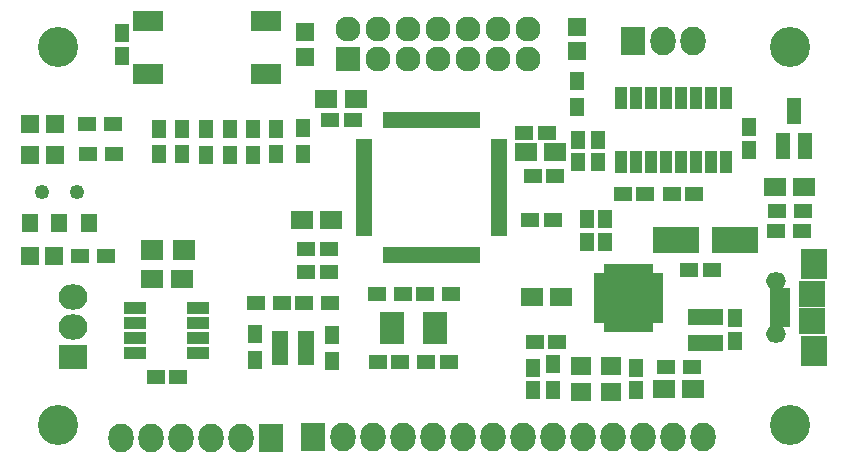
<source format=gts>
G04 #@! TF.FileFunction,Soldermask,Top*
%FSLAX46Y46*%
G04 Gerber Fmt 4.6, Leading zero omitted, Abs format (unit mm)*
G04 Created by KiCad (PCBNEW 4.0.0-rc1-stable) date 07/11/2015 14:52:38*
%MOMM*%
G01*
G04 APERTURE LIST*
%ADD10C,0.100000*%
%ADD11R,1.900000X1.650000*%
%ADD12R,1.150000X1.600000*%
%ADD13R,1.600000X1.150000*%
%ADD14R,2.127200X2.432000*%
%ADD15O,2.127200X2.432000*%
%ADD16R,1.598880X1.598880*%
%ADD17R,3.900120X2.200860*%
%ADD18R,1.050000X1.460000*%
%ADD19R,1.100000X0.650000*%
%ADD20R,0.650000X1.100000*%
%ADD21R,2.125000X2.125000*%
%ADD22R,1.400000X1.600000*%
%ADD23C,1.250000*%
%ADD24R,1.800000X1.600000*%
%ADD25R,2.300000X2.200000*%
%ADD26R,2.300000X2.500000*%
%ADD27R,1.750000X0.800000*%
%ADD28O,1.700000X1.450000*%
%ADD29R,1.200100X2.200860*%
%ADD30R,1.300000X1.600000*%
%ADD31R,1.600000X1.300000*%
%ADD32R,1.900000X1.700000*%
%ADD33R,2.500000X1.800000*%
%ADD34R,1.460000X1.050000*%
%ADD35R,1.950000X1.000000*%
%ADD36R,1.000000X1.900000*%
%ADD37R,0.650000X1.400000*%
%ADD38R,1.400000X0.650000*%
%ADD39R,2.100000X2.800000*%
%ADD40R,2.127200X2.127200*%
%ADD41O,2.127200X2.127200*%
%ADD42C,3.400000*%
%ADD43R,2.432000X2.127200*%
%ADD44O,2.432000X2.127200*%
G04 APERTURE END LIST*
D10*
D11*
X184718640Y-95834200D03*
X187218640Y-95834200D03*
D12*
X181330600Y-106954280D03*
X181330600Y-108854280D03*
X164266880Y-111114800D03*
X164266880Y-113014800D03*
D11*
X175330800Y-112963960D03*
X177830800Y-112963960D03*
X166654800Y-105140760D03*
X164154800Y-105140760D03*
D12*
X173004480Y-111135120D03*
X173004480Y-113035120D03*
X170322240Y-100446880D03*
X170322240Y-98546880D03*
D13*
X177485000Y-102880160D03*
X179385000Y-102880160D03*
X166283680Y-108950760D03*
X164383680Y-108950760D03*
D12*
X168788080Y-100472280D03*
X168788080Y-98572280D03*
X129473960Y-84714120D03*
X129473960Y-82814120D03*
D13*
X153012180Y-110675420D03*
X151112180Y-110675420D03*
X155226980Y-110675420D03*
X157126980Y-110675420D03*
D11*
X134523800Y-103657400D03*
X132023800Y-103657400D03*
D13*
X134223800Y-111871760D03*
X132323800Y-111871760D03*
X171836040Y-96433640D03*
X173736040Y-96433640D03*
X175986400Y-96433640D03*
X177886400Y-96433640D03*
D12*
X169738040Y-91810800D03*
X169738040Y-93710800D03*
X182559960Y-90779560D03*
X182559960Y-92679560D03*
X168087040Y-91810800D03*
X168087040Y-93710800D03*
D11*
X163631560Y-92857320D03*
X166131560Y-92857320D03*
X149250720Y-88376760D03*
X146750720Y-88376760D03*
D13*
X147076120Y-90164920D03*
X148976120Y-90164920D03*
X164251600Y-94894400D03*
X166151600Y-94894400D03*
X145049200Y-101041200D03*
X146949200Y-101041200D03*
X165420080Y-91216480D03*
X163520080Y-91216480D03*
X146949200Y-103063040D03*
X145049200Y-103063040D03*
X165938240Y-98618040D03*
X164038240Y-98618040D03*
D11*
X147173000Y-98602800D03*
X144673000Y-98602800D03*
D14*
X142113000Y-117043200D03*
D15*
X139573000Y-117043200D03*
X137033000Y-117043200D03*
X134493000Y-117043200D03*
X131953000Y-117043200D03*
X129413000Y-117043200D03*
D16*
X144927320Y-82689700D03*
X144927320Y-84787740D03*
D17*
X176347120Y-100304600D03*
X181345840Y-100304600D03*
D16*
X121638060Y-101701600D03*
X123736100Y-101701600D03*
X167944800Y-82237580D03*
X167944800Y-84335620D03*
X121673620Y-90525600D03*
X123771660Y-90525600D03*
X121663460Y-93151960D03*
X123761500Y-93151960D03*
D18*
X179796480Y-106804280D03*
X178846480Y-106804280D03*
X177896480Y-106804280D03*
X177896480Y-109004280D03*
X179796480Y-109004280D03*
X178846480Y-109004280D03*
D19*
X174728840Y-106982200D03*
X174728840Y-106482200D03*
X174728840Y-105982200D03*
X174728840Y-105482200D03*
X174728840Y-104982200D03*
X174728840Y-104482200D03*
X174728840Y-103982200D03*
X174728840Y-103482200D03*
D20*
X174078840Y-102832200D03*
X173578840Y-102832200D03*
X173078840Y-102832200D03*
X172578840Y-102832200D03*
X172078840Y-102832200D03*
X171578840Y-102832200D03*
X171078840Y-102832200D03*
X170578840Y-102832200D03*
D19*
X169928840Y-103482200D03*
X169928840Y-103982200D03*
X169928840Y-104482200D03*
X169928840Y-104982200D03*
X169928840Y-105482200D03*
X169928840Y-105982200D03*
X169928840Y-106482200D03*
X169928840Y-106982200D03*
D20*
X170578840Y-107632200D03*
X171078840Y-107632200D03*
X171578840Y-107632200D03*
X172078840Y-107632200D03*
X172578840Y-107632200D03*
X173078840Y-107632200D03*
X173578840Y-107632200D03*
X174078840Y-107632200D03*
D21*
X171466340Y-104369700D03*
X171466340Y-106094700D03*
X173191340Y-104369700D03*
X173191340Y-106094700D03*
D22*
X124165360Y-98851720D03*
X126665360Y-98851720D03*
X121665360Y-98851720D03*
D23*
X125665360Y-96251720D03*
X122665360Y-96251720D03*
D24*
X170820080Y-110944480D03*
X170820080Y-113144480D03*
X168280080Y-110944480D03*
X168280080Y-113144480D03*
D25*
X187871100Y-104856900D03*
D26*
X188051100Y-109696900D03*
X188051100Y-102316900D03*
D27*
X185196100Y-106006900D03*
X185196100Y-106656900D03*
X185196100Y-107306900D03*
X185196100Y-105356900D03*
X185196100Y-104706900D03*
D28*
X184871100Y-108231900D03*
X184871100Y-103781900D03*
D25*
X187871100Y-107156900D03*
D14*
X145623280Y-117012720D03*
D15*
X148163280Y-117012720D03*
X150703280Y-117012720D03*
X153243280Y-117012720D03*
X155783280Y-117012720D03*
X158323280Y-117012720D03*
X160863280Y-117012720D03*
X163403280Y-117012720D03*
X165943280Y-117012720D03*
X168483280Y-117012720D03*
X171023280Y-117012720D03*
X173563280Y-117012720D03*
X176103280Y-117012720D03*
X178643280Y-117012720D03*
D29*
X185409800Y-92362020D03*
X187309800Y-92362020D03*
X186359800Y-89359740D03*
D30*
X144820640Y-93037840D03*
X144820640Y-90837840D03*
D31*
X184868640Y-99517200D03*
X187068640Y-99517200D03*
X187104200Y-97881440D03*
X184904200Y-97881440D03*
D30*
X165948360Y-110853040D03*
X165948360Y-113053040D03*
D31*
X177680800Y-111064040D03*
X175480800Y-111064040D03*
X143040280Y-105608120D03*
X140840280Y-105608120D03*
D30*
X140731240Y-110482560D03*
X140731240Y-108282560D03*
X147208240Y-108323200D03*
X147208240Y-110523200D03*
D31*
X128089840Y-101701600D03*
X125889840Y-101701600D03*
D30*
X167965120Y-89085600D03*
X167965120Y-86885600D03*
D31*
X128658800Y-90490040D03*
X126458800Y-90490040D03*
X128760400Y-93014800D03*
X126560400Y-93014800D03*
X151040920Y-104881680D03*
X153240920Y-104881680D03*
X157304920Y-104896920D03*
X155104920Y-104896920D03*
D32*
X134735560Y-101142800D03*
X132035560Y-101142800D03*
D30*
X136550400Y-90914040D03*
X136550400Y-93114040D03*
X132588000Y-90873400D03*
X132588000Y-93073400D03*
X134533640Y-90873400D03*
X134533640Y-93073400D03*
X140553440Y-90914040D03*
X140553440Y-93114040D03*
X138572240Y-90914040D03*
X138572240Y-93114040D03*
X142534640Y-93073400D03*
X142534640Y-90873400D03*
D31*
X144894120Y-105633520D03*
X147094120Y-105633520D03*
D33*
X131677400Y-86298600D03*
X131677400Y-81798600D03*
X141677400Y-86298600D03*
X141677400Y-81798600D03*
D34*
X142831640Y-108508760D03*
X142831640Y-109458760D03*
X142831640Y-110408760D03*
X145031640Y-110408760D03*
X145031640Y-108508760D03*
X145031640Y-109458760D03*
D35*
X135917920Y-109865160D03*
X135917920Y-108595160D03*
X135917920Y-107325160D03*
X135917920Y-106055160D03*
X130517920Y-106055160D03*
X130517920Y-107325160D03*
X130517920Y-108595160D03*
X130517920Y-109865160D03*
D36*
X171688760Y-93672640D03*
X172958760Y-93672640D03*
X174228760Y-93672640D03*
X175498760Y-93672640D03*
X176768760Y-93672640D03*
X178038760Y-93672640D03*
X179308760Y-93672640D03*
X180578760Y-93672640D03*
X180578760Y-88272640D03*
X179308760Y-88272640D03*
X178038760Y-88272640D03*
X176768760Y-88272640D03*
X175498760Y-88272640D03*
X174228760Y-88272640D03*
X172958760Y-88272640D03*
X171688760Y-88272640D03*
D37*
X151936760Y-101585000D03*
X152436760Y-101585000D03*
X152936760Y-101585000D03*
X153436760Y-101585000D03*
X153936760Y-101585000D03*
X154436760Y-101585000D03*
X154936760Y-101585000D03*
X155436760Y-101585000D03*
X155936760Y-101585000D03*
X156436760Y-101585000D03*
X156936760Y-101585000D03*
X157436760Y-101585000D03*
X157936760Y-101585000D03*
X158436760Y-101585000D03*
X158936760Y-101585000D03*
X159436760Y-101585000D03*
D38*
X161386760Y-99635000D03*
X161386760Y-99135000D03*
X161386760Y-98635000D03*
X161386760Y-98135000D03*
X161386760Y-97635000D03*
X161386760Y-97135000D03*
X161386760Y-96635000D03*
X161386760Y-96135000D03*
X161386760Y-95635000D03*
X161386760Y-95135000D03*
X161386760Y-94635000D03*
X161386760Y-94135000D03*
X161386760Y-93635000D03*
X161386760Y-93135000D03*
X161386760Y-92635000D03*
X161386760Y-92135000D03*
D37*
X159436760Y-90185000D03*
X158936760Y-90185000D03*
X158436760Y-90185000D03*
X157936760Y-90185000D03*
X157436760Y-90185000D03*
X156936760Y-90185000D03*
X156436760Y-90185000D03*
X155936760Y-90185000D03*
X155436760Y-90185000D03*
X154936760Y-90185000D03*
X154436760Y-90185000D03*
X153936760Y-90185000D03*
X153436760Y-90185000D03*
X152936760Y-90185000D03*
X152436760Y-90185000D03*
X151936760Y-90185000D03*
D38*
X149986760Y-92135000D03*
X149986760Y-92635000D03*
X149986760Y-93135000D03*
X149986760Y-93635000D03*
X149986760Y-94135000D03*
X149986760Y-94635000D03*
X149986760Y-95135000D03*
X149986760Y-95635000D03*
X149986760Y-96135000D03*
X149986760Y-96635000D03*
X149986760Y-97135000D03*
X149986760Y-97635000D03*
X149986760Y-98135000D03*
X149986760Y-98635000D03*
X149986760Y-99135000D03*
X149986760Y-99635000D03*
D39*
X155977200Y-107777280D03*
X152277200Y-107777280D03*
D40*
X148584920Y-84993480D03*
D41*
X148584920Y-82453480D03*
X151124920Y-84993480D03*
X151124920Y-82453480D03*
X153664920Y-84993480D03*
X153664920Y-82453480D03*
X156204920Y-84993480D03*
X156204920Y-82453480D03*
X158744920Y-84993480D03*
X158744920Y-82453480D03*
X161284920Y-84993480D03*
X161284920Y-82453480D03*
X163824920Y-84993480D03*
X163824920Y-82453480D03*
D42*
X124000000Y-84000000D03*
X186000000Y-84000000D03*
X186000000Y-116000000D03*
X124000000Y-116000000D03*
D43*
X125349000Y-110236000D03*
D44*
X125349000Y-107696000D03*
X125349000Y-105156000D03*
D14*
X172725080Y-83484720D03*
D15*
X175265080Y-83484720D03*
X177805080Y-83484720D03*
M02*

</source>
